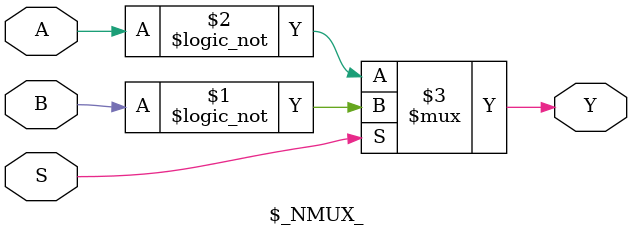
<source format=v>
module \$_NMUX_ (A, B, S, Y);
input A, B, S;
output Y;
assign Y = S ? !B : !A;
endmodule
</source>
